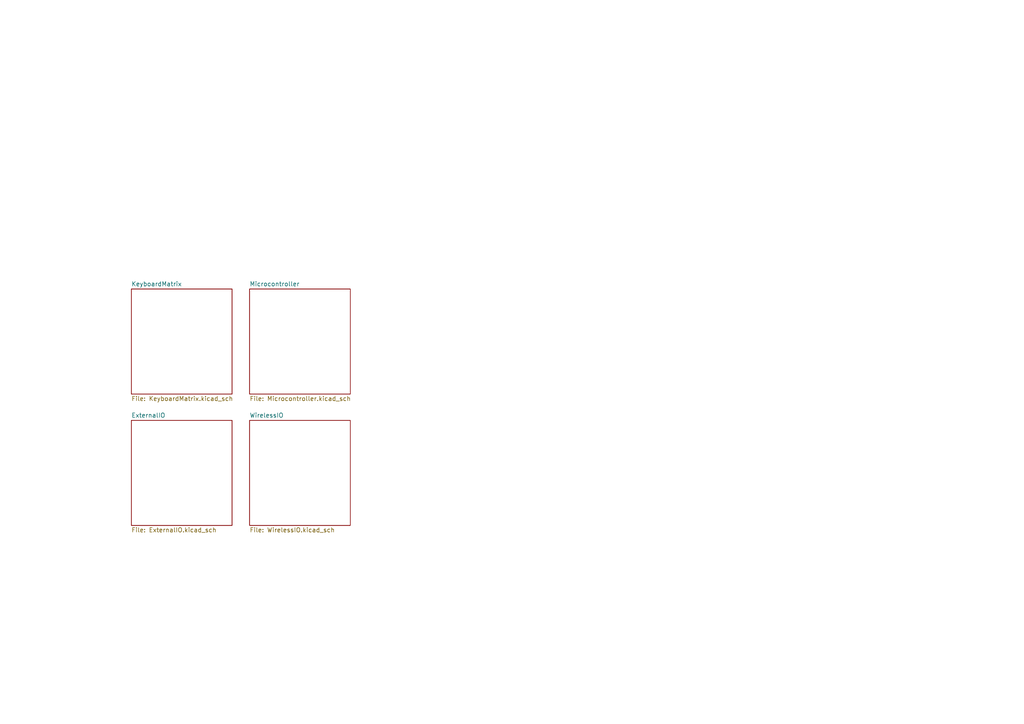
<source format=kicad_sch>
(kicad_sch (version 20230121) (generator eeschema)
  (paper "A4")
  (title_block (title "PE-Keyboard") (date "2023-12-22") (rev "A.01") (comment 1 "Macropad type keyboard") (comment 2 "{$Sheetname}"))
  (lib_symbols)
  (sheet (at 72.39 121.92) (size 29.21 30.48) (stroke (width 0.1524))
    (property "Sheetname" "WirelessIO" (at 72.39 121.2084 0) (effects (justify left bottom)))
    (property "Sheetfile" "WirelessIO.kicad_sch" (at 72.39 152.9846 0) (effects (justify left top)))
  )
  (sheet (at 38.1 83.82) (size 29.21 30.48) (stroke (width 0.1524))
    (property "Sheetname" "KeyboardMatrix" (at 38.1 83.1084 0) (effects (justify left bottom)))
    (property "Sheetfile" "KeyboardMatrix.kicad_sch" (at 38.1 114.8846 0) (effects (justify left top)))
  )
  (sheet (at 72.39 83.82) (size 29.21 30.48) (stroke (width 0.1524))
    (property "Sheetname" "Microcontroller" (at 72.39 83.1084 0) (effects (justify left bottom)))
    (property "Sheetfile" "Microcontroller.kicad_sch" (at 72.39 114.8846 0) (effects (justify left top)))
  )
  (sheet (at 38.1 121.92) (size 29.21 30.48) (stroke (width 0.1524))
    (property "Sheetname" "ExternalIO" (at 38.1 121.2084 0) (effects (justify left bottom)))
    (property "Sheetfile" "ExternalIO.kicad_sch" (at 38.1 152.9846 0) (effects (justify left top)))
  )
)
</source>
